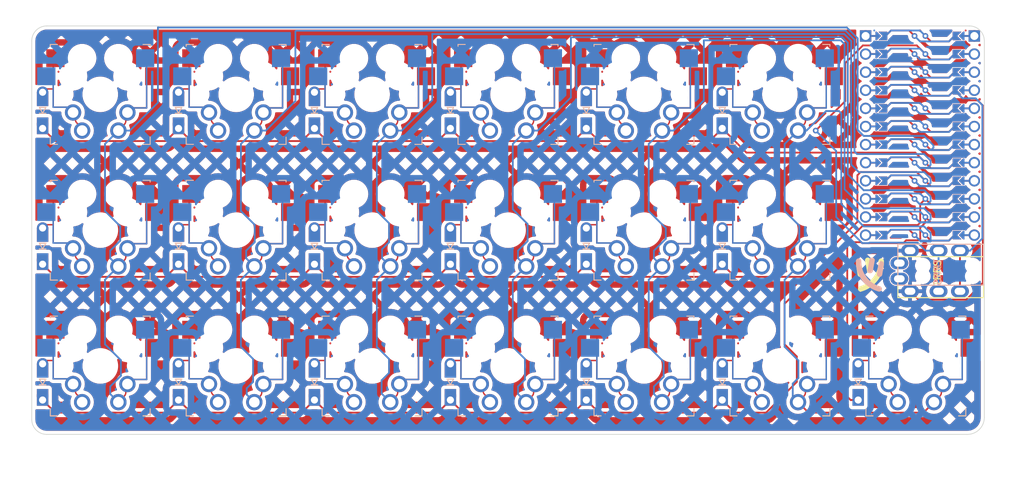
<source format=kicad_pcb>
(kicad_pcb (version 20211014) (generator pcbnew)
  (layers (0 "F.Cu" signal) (31 "B.Cu" signal) (34 "B.Paste" user) (35 "F.Paste" user) (36 "B.SilkS" user "B.Silkscreen") (37 "F.SilkS" user "F.Silkscreen") (38 "B.Mask" user) (39 "F.Mask" user) (44 "Edge.Cuts" user))
  (net 0 "")
  (net 10 "SERIAL")
  (net 12 "VCC")
  (net 13 "GND")
  (net 14 "col0")
  (net 15 "row0")
  (net 16 "row1")
  (net 17 "row2")
  (net 18 "col1")
  (net 19 "col2")
  (net 20 "col3")
  (net 21 "col4")
  (net 22 "col5")
  (net 23 "row3")
  (footprint "Footprints:BVC2013_diode_courtyard" (layer "F.Cu") (at 115.65 67.85)
    (fp_text reference "SW7")
    (fp_text value "SW_Push")
  )
  (footprint "Footprints:BVC2013_diode_courtyard" (layer "F.Cu") (at 77.55 67.85)
    (fp_text reference "SW1")
    (fp_text value "SW_Push")
  )
  (footprint "Footprints:BVC2013_diode_courtyard" (layer "F.Cu") (at 77.55 86.9)
    (fp_text reference "SW2")
    (fp_text value "SW_Push")
  )
  (footprint "Footprints:BVC2013_diode_courtyard" (layer "F.Cu") (at 77.55 105.95)
    (fp_text reference "SW3")
    (fp_text value "SW_Push")
  )
  (footprint "Footprints:BVC2013_diode_courtyard" (layer "F.Cu") (at 96.6 86.9)
    (fp_text reference "SW5")
    (fp_text value "SW_Push")
  )
  (footprint "Footprints:BVC2013_diode_courtyard" (layer "F.Cu") (at 134.7 105.95)
    (fp_text reference "SW12")
    (fp_text value "SW_Push")
  )
  (footprint "Footprints:BVC2013_diode_courtyard" (layer "F.Cu") (at 172.8 67.85)
    (fp_text reference "SW16")
    (fp_text value "SW_Push")
  )
  (footprint "Footprints:BVC2013_diode_courtyard" (layer "F.Cu") (at 153.75 67.85)
    (fp_text reference "SW13")
    (fp_text value "SW_Push")
  )
  (footprint "Footprints:BVC2013_diode_courtyard" (layer "F.Cu") (at 153.75 105.95)
    (fp_text reference "SW15")
    (fp_text value "SW_Push")
  )
  (footprint "Footprints:TRRS_crkbd" (layer "F.Cu") (at 201.335 93.62 -90)
    (fp_text reference "J1")
    (fp_text value "AudioJack4" hide)
  )
  (footprint "Footprints:BVC2013_diode_courtyard" (layer "F.Cu") (at 172.8 105.95)
    (fp_text reference "SW18")
    (fp_text value "SW_Push")
  )
  (footprint "Footprints:BVC2013_diode_courtyard" (layer "F.Cu") (at 153.75 86.9)
    (fp_text reference "SW14")
    (fp_text value "SW_Push")
  )
  (footprint "Footprints:BVC2013_diode_courtyard" (layer "F.Cu") (at 172.8 86.9)
    (fp_text reference "SW17")
    (fp_text value "SW_Push")
  )
  (footprint "Footprints:BVC2013_diode_courtyard" (layer "F.Cu") (at 96.6 67.85)
    (fp_text reference "SW4")
    (fp_text value "SW_Push")
  )
  (footprint "Footprints:BVC2013_diode_courtyard" (layer "F.Cu") (at 96.6 105.95)
    (fp_text reference "SW6")
    (fp_text value "SW_Push")
  )
  (footprint "Footprints:BVC2013_diode_courtyard" (layer "F.Cu") (at 134.7 67.85)
    (fp_text reference "SW10")
    (fp_text value "SW_Push")
  )
  (footprint "Footprints:BVC2013_diode_courtyard" (layer "F.Cu") (at 115.65 105.95)
    (fp_text reference "SW9")
    (fp_text value "SW_Push")
  )
  (footprint "Footprints:OxyMoron" (layer "F.Cu") (at 192.4305 73.625 -90)
    (fp_text reference "U1" hide)
    (fp_text value "ProMicro")
  )
  (footprint "Footprints:BVC2013_diode_courtyard" (layer "F.Cu") (at 191.85 105.95)
    (fp_text reference "SW19")
    (fp_text value "SW_Push")
  )
  (footprint "Footprints:BVC2013_diode_courtyard" (layer "F.Cu") (at 115.65 86.9)
    (fp_text reference "SW8")
    (fp_text value "SW_Push")
  )
  (footprint "Footprints:BVC2013_diode_courtyard" (layer "F.Cu") (at 134.7 86.9)
    (fp_text reference "SW11")
    (fp_text value "SW_Push")
  )
  (gr_arc (start 186.71114 95.14) (mid 184.60311 93.683315) (end 183.83114 91.24) (layer "B.SilkS") (width 0.762))
  (gr_line (start 185.45114 92.57) (end 185.72114 91.12) (layer "B.SilkS") (width 0.762))
  (gr_line (start 186.77114 93.08) (end 187.00114 91.63) (layer "B.SilkS") (width 0.762))
  (gr_line (start 183.83 91.63) (end 184.06 93.08) (layer "F.SilkS") (width 0.762))
  (gr_arc (start 187 91.24) (mid 186.22803 93.683315) (end 184.12 95.14) (layer "F.SilkS") (width 0.762))
  (gr_line (start 185.11 91.12) (end 185.38 92.57) (layer "F.SilkS") (width 0.762))
  (gr_line (start 67.95 113.45) (end 67.95 60.35) (layer "Edge.Cuts") (width 0.1))
  (gr_line (start 201.45 113.16) (end 201.45 60.35) (layer "Edge.Cuts") (width 0.1))
  (gr_arc (start 199.35 58.25) (mid 200.83451 58.865489) (end 201.45 60.35) (layer "Edge.Cuts") (width 0.1))
  (gr_line (start 199.35 58.25) (end 70.05 58.25) (layer "Edge.Cuts") (width 0.1))
  (gr_arc (start 70.05 115.55) (mid 68.565076 114.934924) (end 67.95 113.45) (layer "Edge.Cuts") (width 0.1))
  (gr_arc (start 201.45 113.16) (mid 200.764985 114.843772) (end 199.09 115.55) (layer "Edge.Cuts") (width 0.1))
  (gr_arc (start 67.95 60.35) (mid 68.565076 58.865076) (end 70.05 58.25) (layer "Edge.Cuts") (width 0.1))
  (gr_line (start 199.09 115.55) (end 70.05 115.55) (layer "Edge.Cuts") (width 0.1))
  (segment (start 181.96 68.79) (end 177.82 72.93) (width 0.25) (layer "F.Cu") (net 10))
  (segment (start 191.98098 60.98348) (end 184.43172 60.98348) (width 0.25) (layer "F.Cu") (net 10))
  (segment (start 184.43172 60.98348) (end 181.96 63.4552) (width 0.25) (layer "F.Cu") (net 10))
  (segment (start 195.035 89.77) (end 194.335 89.77) (width 0.25) (layer "F.Cu") (net 10))
  (segment (start 193.1925 62.195) (end 191.98098 60.98348) (width 0.25) (layer "F.Cu") (net 10))
  (segment (start 181.96 63.4552) (end 181.96 68.79) (width 0.25) (layer "F.Cu") (net 10))
  (via (at 177.82 72.93) (size 0.8) (drill 0.4) (layers "F.Cu" "B.Cu") (net 10))
  (segment (start 180.689511 85.064311) (end 184.344711 88.719511) (width 0.25) (layer "B.Cu") (net 10))
  (segment (start 180.689511 75.799511) (end 180.689511 85.064311) (width 0.25) (layer "B.Cu") (net 10))
  (segment (start 193.207782 89.77) (end 195.035 89.77) (width 0.25) (layer "B.Cu") (net 10))
  (segment (start 185.35032 88.64548) (end 192.083262 88.64548) (width 0.25) (layer "B.Cu") (net 10))
  (segment (start 192.083262 88.64548) (end 193.207782 89.77) (width 0.25) (layer "B.Cu") (net 10))
  (segment (start 177.82 72.93) (end 180.689511 75.799511) (width 0.25) (layer "B.Cu") (net 10))
  (segment (start 195.035 95.47) (end 195.035 89.77) (width 0.25) (layer "B.Cu") (net 10))
  (segment (start 184.344711 88.719511) (end 185.276289 88.719511) (width 0.25) (layer "B.Cu") (net 10))
  (segment (start 185.276289 88.719511) (end 185.35032 88.64548) (width 0.25) (layer "B.Cu") (net 10))
  (segment (start 198.035 95.47) (end 198.035 89.77) (width 0.25) (layer "F.Cu") (net 12))
  (segment (start 201.175011 69.349211) (end 200.2258 68.4) (width 0.25) (layer "B.Cu") (net 12))
  (segment (start 200.2258 68.4) (end 198.3815 68.4) (width 0.25) (layer "B.Cu") (net 12))
  (segment (start 198.3815 68.4) (end 197.2565 67.275) (width 0.25) (layer "B.Cu") (net 12))
  (segment (start 201.175011 88.060789) (end 201.175011 69.349211) (width 0.25) (layer "B.Cu") (net 12))
  (segment (start 199.4658 89.77) (end 201.175011 88.060789) (width 0.25) (layer "B.Cu") (net 12))
  (segment (start 198.035 89.77) (end 199.4658 89.77) (width 0.25) (layer "B.Cu") (net 12))
  (segment (start 191.035 95.47) (end 192.20952 96.64452) (width 0.25) (layer "F.Cu") (net 13))
  (segment (start 191.035 95.47) (end 191.05952 95.44548) (width 0.25) (layer "F.Cu") (net 13))
  (segment (start 198.671989 68.690489) (end 197.2565 67.275) (width 0.25) (layer "F.Cu") (net 13))
  (segment (start 201.24 69.4142) (end 200.516289 68.690489) (width 0.25) (layer "F.Cu") (net 13))
  (segment (start 191.05952 89.79452) (end 191.035 89.77) (width 0.25) (layer "F.Cu") (net 13))
  (segment (start 198.921502 96.64452) (end 199.83 95.736022) (width 0.25) (layer "F.Cu") (net 13))
  (segment (start 192.20952 96.64452) (end 198.921502 96.64452) (width 0.25) (layer "F.Cu") (net 13))
  (segment (start 201.24 94.3) (end 201.24 69.4142) (width 0.25) (layer "F.Cu") (net 13))
  (segment (start 191.05952 95.44548) (end 191.05952 89.79452) (width 0.25) (layer "F.Cu") (net 13))
  (segment (start 199.83 95.71) (end 201.24 94.3) (width 0.25) (layer "F.Cu") (net 13))
  (segment (start 200.516289 68.690489) (end 198.671989 68.690489) (width 0.25) (layer "F.Cu") (net 13))
  (segment (start 199.83 95.736022) (end 199.83 95.71) (width 0.25) (layer "F.Cu") (net 13))
  (segment (start 183.685989 69.349211) (end 183.685989 70.280789) (width 0.25) (layer "B.Cu") (net 14))
  (segment (start 183.685989 66.809211) (end 183.685989 67.740789) (width 0.25) (layer "B.Cu") (net 14))
  (segment (start 183.69951 64.25569) (end 183.685989 64.269211) (width 0.25) (layer "B.Cu") (net 14))
  (segment (start 80.09 72.93) (end 81.706446 72.93) (width 0.25) (layer "B.Cu") (net 14))
  (segment (start 78.947 90.837) (end 80.09 91.98) (width 0.25) (layer "B.Cu") (net 14))
  (segment (start 80.35 88.374625) (end 78.947 89.777625) (width 0.25) (layer "B.Cu") (net 14))
  (segment (start 183.685989 72.820789) (end 184.54468 73.67948) (width 0.25) (layer "B.Cu") (net 14))
  (segment (start 183.685989 67.740789) (end 183.698532 67.753332) (width 0.25) (layer "B.Cu") (net 14))
  (segment (start 78.215479 74.804521) (end 78.215479 84.216025) (width 0.25) (layer "B.Cu") (net 14))
  (segment (start 183.69951 59.992409) (end 183.69951 61.71569) (width 0.25) (layer "B.Cu") (net 14))
  (segment (start 183.685989 64.269211) (end 183.685989 65.200789) (width 0.25) (layer "B.Cu") (net 14))
  (segment (start 183.685989 62.660789) (end 183.699511 62.674311) (width 0.25) (layer "B.Cu") (net 14))
  (segment (start 194.32 75.32) (end 194.020489 75.619511) (width 0.25) (layer "B.Cu") (net 14))
  (segment (start 78.215479 102.916453) (end 80.442313 105.143287) (width 0.25) (layer "B.Cu") (net 14))
  (segment (start 78.215479 93.854521) (end 78.215479 102.916453) (width 0.25) (layer "B.Cu") (net 14))
  (segment (start 184.54468 73.67948) (end 193.001594 73.67948) (width 0.25) (layer "B.Cu") (net 14))
  (segment (start 85.63951 58.47049) (end 182.177591 58.47049) (width 0.25) (layer "B.Cu") (net 14))
  (segment (start 183.699511 65.214311) (end 183.69951 66.79569) (width 0.25) (layer "B.Cu") (net 14))
  (segment (start 80.09 91.98) (end 78.215479 93.854521) (width 0.25) (layer "B.Cu") (net 14))
  (segment (start 192.393011 75.619511) (end 191.6685 74.895) (width 0.25) (layer "B.Cu") (net 14))
  (segment (start 85.63 69.006446) (end 85.63 58.48) (width 0.25) (layer "B.Cu") (net 14))
  (segment (start 81.706446 72.93) (end 85.63 69.006446) (width 0.25) (layer "B.Cu") (net 14))
  (segment (start 78.947 89.777625) (end 78.947 90.837) (width 0.25) (layer "B.Cu") (net 14))
  (segment (start 183.698532 69.336668) (end 183.685989 69.349211) (width 0.25) (layer "B.Cu") (net 14))
  (segment (start 78.215479 84.216025) (end 80.35 86.350546) (width 0.25) (layer "B.Cu") (net 14))
  (segment (start 183.69951 61.71569) (end 183.685989 61.729211) (width 0.25) (layer "B.Cu") (net 14))
  (segment (start 80.09 72.93) (end 78.215479 74.804521) (width 0.25) (layer "B.Cu") (net 14))
  (segment (start 183.685989 65.200789) (end 183.699511 65.214311) (width 0.25) (layer "B.Cu") (net 14))
  (segment (start 80.442313 105.143287) (end 80.442313 107.332313) (width 0.25) (layer "B.Cu") (net 14))
  (segment (start 183.685989 71.889211) (end 183.685989 72.820789) (width 0.25) (layer "B.Cu") (net 14))
  (segment (start 78.947 109.887) (end 80.09 111.03) (width 0.25) (layer "B.Cu") (net 14))
  (segment (start 193.001594 73.67948) (end 194.32 74.997886) (width 0.25) (layer "B.Cu") (net 14))
  (segment (start 183.69951 66.79569) (end 183.685989 66.809211) (width 0.25) (layer "B.Cu") (net 14))
  (segment (start 80.442313 107.332313) (end 78.947 108.827625) (width 0.25) (layer "B.Cu") (net 14))
  (segment (start 183.685989 70.280789) (end 183.698532 70.293332) (width 0.25) (layer "B.Cu") (net 14))
  (segment (start 183.685989 61.729211) (end 183.685989 62.660789) (width 0.25) (layer "B.Cu") (net 14))
  (segment (start 183.699511 62.674311) (end 183.69951 64.25569) (width 0.25) (layer "B.Cu") (net 14))
  (segment (start 183.698532 71.876668) (end 183.685989 71.889211) (width 0.25) (layer "B.Cu") (net 14))
  (segment (start 80.35 86.350546) (end 80.35 88.374625) (width 0.25) (layer "B.Cu") (net 14))
  (segment (start 182.177591 58.47049) (end 183.69951 59.992409) (width 0.25) (layer "B.Cu") (net 14))
  (segment (start 78.947 108.827625) (end 78.947 109.887) (width 0.25) (layer "B.Cu") (net 14))
  (segment (start 194.32 74.997886) (end 194.32 75.32) (width 0.25) (layer "B.Cu") (net 14))
  (segment (start 183.698532 67.753332) (end 183.698532 69.336668) (width 0.25) (layer "B.Cu") (net 14))
  (segment (start 85.63 58.48) (end 85.63951 58.47049) (width 0.25) (layer "B.Cu") (net 14))
  (segment (start 183.698532 70.293332) (end 183.698532 71.876668) (width 0.25) (layer "B.Cu") (net 14))
  (segment (start 194.020489 75.619511) (end 192.393011 75.619511) (width 0.25) (layer "B.Cu") (net 14))
  (segment (start 105.802489 74.397511) (end 107.57 72.63) (width 0.25) (layer "F.Cu") (net 15))
  (segment (start 71.237511 74.397511) (end 86.752489 74.397511) (width 0.25) (layer "F.Cu") (net 15))
  (segment (start 69.47 72.63) (end 71.237511 74.397511) (width 0.25) (layer "F.Cu") (net 15))
  (segment (start 162.952489 74.397511) (end 164.72 72.63) (width 0.25) (layer "F.Cu") (net 15))
  (segment (start 168.109511 76.019511) (end 191.777011 76.019511) (width 0.25) (layer "F.Cu") (net 15))
  (segment (start 107.57 72.63) (end 109.337511 74.397511) (width 0.25) (layer "F.Cu") (net 15))
  (segment (start 126.62 72.63) (end 128.387511 74.397511) (width 0.25) (layer "F.Cu") (net 15))
  (segment (start 191.777011 76.019511) (end 193.1925 77.435) (width 0.25) (layer "F.Cu") (net 15))
  (segment (start 143.902489 74.397511) (end 145.67 72.63) (width 0.25) (layer "F.Cu") (net 15))
  (segment (start 86.752489 74.397511) (end 88.52 72.63) (width 0.25) (layer "F.Cu") (net 15))
  (segment (start 164.72 72.63) (end 168.109511 76.019511) (width 0.25) (layer "F.Cu") (net 15))
  (segment (start 90.287511 74.397511) (end 105.802489 74.397511) (width 0.25) (layer "F.Cu") (net 15))
  (segment (start 145.67 72.63) (end 147.437511 74.397511) (width 0.25) (layer "F.Cu") (net 15))
  (segment (start 88.52 72.63) (end 90.287511 74.397511) (width 0.25) (layer "F.Cu") (net 15))
  (segment (start 128.387511 74.397511) (end 143.902489 74.397511) (width 0.25) (layer "F.Cu") (net 15))
  (segment (start 109.337511 74.397511) (end 124.852489 74.397511) (width 0.25) (layer "F.Cu") (net 15))
  (segment (start 124.852489 74.397511) (end 126.62 72.63) (width 0.25) (layer "F.Cu") (net 15))
  (segment (start 147.437511 74.397511) (end 162.952489 74.397511) (width 0.25) (layer "F.Cu") (net 15))
  (segment (start 109.337511 93.447511) (end 124.852489 93.447511) (width 0.25) (layer "F.Cu") (net 16))
  (segment (start 191.9575 78.74) (end 193.1925 79.975) (width 0.25) (layer "F.Cu") (net 16))
  (segment (start 71.237511 93.447511) (end 86.752489 93.447511) (width 0.25) (layer "F.Cu") (net 16))
  (segment (start 124.852489 93.447511) (end 126.62 91.68) (width 0.25) (layer "F.Cu") (net 16))
  (segment (start 107.57 91.68) (end 109.337511 93.447511) (width 0.25) (layer "F.Cu") (net 16))
  (segment (start 86.752489 93.447511) (end 88.52 91.68) (width 0.25) (layer "F.Cu") (net 16))
  (segment (start 145.67 91.68) (end 143.902489 93.447511) (width 0.25) (layer "F.Cu") (net 16))
  (segment (start 184.12 78.74) (end 191.9575 78.74) (width 0.25) (layer "F.Cu") (net 16))
  (segment (start 143.902489 93.447511) (end 128.387511 93.447511) (width 0.25) (layer "F.Cu") (net 16))
  (segment (start 105.802489 93.447511) (end 107.57 91.68) (width 0.25) (layer "F.Cu") (net 16))
  (segment (start 175.947864 93.447511) (end 183.66 85.735375) (width 0.25) (layer "F.Cu") (net 16))
  (segment (start 128.387511 93.447511) (end 126.62 91.68) (width 0.25) (layer "F.Cu") (net 16))
  (segment (start 88.52 91.68) (end 90.287511 93.447511) (width 0.25) (layer "F.Cu") (net 16))
  (segment (start 69.47 91.68) (end 71.237511 93.447511) (width 0.25) (layer "F.Cu") (net 16))
  (segment (start 183.66 85.735375) (end 183.66 79.2) (width 0.25) (layer "F.Cu") (net 16))
  (segment (start 166.487511 93.447511) (end 175.947864 93.447511) (width 0.25) (layer "F.Cu") (net 16))
  (segment (start 162.952489 93.447511) (end 164.72 91.68) (width 0.25) (layer "F.Cu") (net 16))
  (segment (start 90.287511 93.447511) (end 105.802489 93.447511) (width 0.25) (layer "F.Cu") (net 16))
  (segment (start 164.72 91.68) (end 166.487511 93.447511) (width 0.25) (layer "F.Cu") (net 16))
  (segment (start 183.66 79.2) (end 184.12 78.74) (width 0.25) (layer "F.Cu") (net 16))
  (segment (start 147.437511 93.447511) (end 162.952489 93.447511) (width 0.25) (layer "F.Cu") (net 16))
  (segment (start 145.67 91.68) (end 147.437511 93.447511) (width 0.25) (layer "F.Cu") (net 16))
  (segment (start 71.237511 112.497511) (end 86.752489 112.497511) (width 0.25) (layer "F.Cu") (net 17))
  (segment (start 192.467989 83.239511) (end 193.1925 82.515) (width 0.25) (layer "F.Cu") (net 17))
  (segment (start 175.17 108.195375) (end 175.17 104.620974) (width 0.25) (layer "F.Cu") (net 17))
  (segment (start 69.47 110.73) (end 71.237511 112.497511) (width 0.25) (layer "F.Cu") (net 17))
  (segment (start 107.57 110.73) (end 109.337511 112.497511) (width 0.25) (layer "F.Cu") (net 17))
  (segment (start 145.67 110.73) (end 145.75 110.73) (width 0.25) (layer "F.Cu") (net 17))
  (segment (start 192.467989 85.839125) (end 192.467989 83.239511) (width 0.25) (layer "F.Cu") (net 17))
  (segment (start 109.337511 112.497511) (end 124.852489 112.497511) (width 0.25) (layer "F.Cu") (net 17))
  (segment (start 105.802489 112.497511) (end 107.57 110.73) (width 0.25) (layer "F.Cu") (net 17))
  (segment (start 126.62 110.73) (end 128.387511 112.497511) (width 0.25) (layer "F.Cu") (net 17))
  (segment (start 162.952489 112.497511) (end 164.72 110.73) (width 0.25) (layer "F.Cu") (net 17))
  (segment (start 184.504785 86.179511) (end 192.127603 86.179511) (width 0.25) (layer "F.Cu") (net 17))
  (segment (start 145.75 110.73) (end 145.81 110.79) (width 0.25) (layer "F.Cu") (net 17))
  (segment (start 192.127603 86.179511) (end 192.467989 85.839125) (width 0.25) (layer "F.Cu") (net 17))
  (segment (start 145.67 110.73) (end 147.437511 112.497511) (width 0.25) (layer "F.Cu") (net 17))
  (segment (start 90.287511 112.497511) (end 105.802489 112.497511) (width 0.25) (layer "F.Cu") (net 17))
  (segment (start 86.752489 112.497511) (end 88.52 110.73) (width 0.25) (layer "F.Cu") (net 17))
  (segment (start 124.852489 112.497511) (end 126.62 110.73) (width 0.25) (layer "F.Cu") (net 17))
  (segment (start 143.902489 112.497511) (end 145.67 110.73) (width 0.25) (layer "F.Cu") (net 17))
  (segment (start 173.46 102.910974) (end 173.46 97.224296) (width 0.25) (layer "F.Cu") (net 17))
  (segment (start 166.487511 112.497511) (end 170.867864 112.497511) (width 0.25) (layer "F.Cu") (net 17))
  (segment (start 128.387511 112.497511) (end 143.902489 112.497511) (width 0.25) (layer "F.Cu") (net 17))
  (segment (start 173.46 97.224296) (end 184.504785 86.179511) (width 0.25) (layer "F.Cu") (net 17))
  (segment (start 88.52 110.73) (end 90.287511 112.497511) (width 0.25) (layer "F.Cu") (net 17))
  (segment (start 175.17 104.620974) (end 173.46 102.910974) (width 0.25) (layer "F.Cu") (net 17))
  (segment (start 170.867864 112.497511) (end 175.17 108.195375) (width 0.25) (layer "F.Cu") (net 17))
  (segment (start 164.72 110.73) (end 166.487511 112.497511) (width 0.25) (layer "F.Cu") (net 17))
  (segment (start 147.437511 112.497511) (end 162.952489 112.497511) (width 0.25) (layer "F.Cu") (net 17))
  (segment (start 183.249021 73.019525) (end 183.249022 75.859022) (width 0.25) (layer "B.Cu") (net 18))
  (segment (start 97.265479 74.804521) (end 97.265479 84.216025) (width 0.25) (layer "B.Cu") (net 18))
  (segment (start 98.08 109.08) (end 98.08 109.97) (width 0.25) (layer "B.Cu") (net 18))
  (segment (start 104.9 59.03) (end 105.01 58.92) (width 0.25) (layer "B.Cu") (net 18))
  (segment (start 99.202313 86.152859) (end 99.202313 88.572313) (width 0.25) (layer "B.Cu") (net 18))
  (segment (start 100.756446 72.93) (end 104.9 68.786446) (width 0.25) (layer "B.Cu") (net 18))
  (segment (start 98.08 109.97) (end 99.14 111.03) (width 0.25) (layer "B.Cu") (net 18))
  (segment (start 183.25 64.069496) (end 183.236479 64.083017) (width 0.25) (layer "B.Cu") (net 18))
  (segment (start 183.236479 73.006983) (end 183.249021 73.019525) (width 0.25) (layer "B.Cu") (net 18))
  (segment (start 99.14 72.93) (end 100.756446 72.93) (width 0.25) (layer "B.Cu") (net 18))
  (segment (start 193.492603 78.159511) (end 192.393011 78.159511) (width 0.25) (layer "B.Cu") (net 18))
  (segment (start 193.917011 77.134897) (end 193.917011 77.735103) (width 0.25) (layer "B.Cu") (net 18))
  (segment (start 183.249021 71.690475) (end 183.236479 71.703017) (width 0.25) (layer "B.Cu") (net 18))
  (segment (start 97.265479 103.266025) (end 98.968421 104.968967) (width 0.25) (layer "B.Cu") (net 18))
  (segment (start 183.236479 69.163017) (end 183.236479 70.466983) (width 0.25) (layer "B.Cu") (net 18))
  (segment (start 183.25 66.609496) (end 183.236479 66.623017) (width 0.25) (layer "B.Cu") (net 18))
  (segment (start 181.991405 58.92) (end 183.25 60.178595) (width 0.25) (layer "B.Cu") (net 18))
  (segment (start 183.236479 62.846983) (end 183.25 62.860504) (width 0.25) (layer "B.Cu") (net 18))
  (segment (start 97.265479 93.854521) (end 97.265479 103.266025) (width 0.25) (layer "B.Cu") (net 18))
  (segment (start 98.968421 104.968967) (end 98.968421 108.191579) (width 0.25) (layer "B.Cu") (net 18))
  (segment (start 98.968421 108.191579) (end 98.08 109.08) (width 0.25) (layer "B.Cu") (net 18))
  (segment (start 183.236479 67.926983) (end 183.249021 67.939525) (width 0.25) (layer "B.Cu") (net 18))
  (segment (start 104.9 68.786446) (end 104.9 59.03) (width 0.25) (layer "B.Cu") (net 18))
  (segment (start 183.249021 69.150475) (end 183.236479 69.163017) (width 0.25) (layer "B.Cu") (net 18))
  (segment (start 183.25 62.860504) (end 183.25 64.069496) (width 0.25) (layer "B.Cu") (net 18))
  (segment (start 183.25 65.400504) (end 183.25 66.609496) (width 0.25) (layer "B.Cu") (net 18))
  (segment (start 183.236479 65.386983) (end 183.25 65.400504) (width 0.25) (layer "B.Cu") (net 18))
  (segment (start 183.236479 61.543017) (end 183.236479 62.846983) (width 0.25) (layer "B.Cu") (net 18))
  (segment (start 183.236479 70.466983) (end 183.249021 70.479525) (width 0.25) (layer "B.Cu") (net 18))
  (segment (start 193.917011 77.735103) (end 193.492603 78.159511) (width 0.25) (layer "B.Cu") (net 18))
  (segment (start 183.249021 70.479525) (end 183.249021 71.690475) (width 0.25) (layer "B.Cu") (net 18))
  (segment (start 99.14 91.98) (end 97.265479 93.854521) (width 0.25) (layer "B.Cu") (net 18))
  (segment (start 183.236479 66.623017) (end 183.236479 67.926983) (width 0.25) (layer "B.Cu") (net 18))
  (segment (start 99.14 72.93) (end 97.265479 74.804521) (width 0.25) (layer "B.Cu") (net 18))
  (segment (start 183.249021 67.939525) (end 183.249021 69.150475) (width 0.25) (layer "B.Cu") (net 18))
  (segment (start 183.236479 64.083017) (end 183.236479 65.386983) (width 0.25) (layer "B.Cu") (net 18))
  (segment (start 183.25 60.178595) (end 183.25 61.529496) (width 0.25) (layer "B.Cu") (net 18))
  (segment (start 193.001594 76.21948) (end 193.917011 77.134897) (width 0.25) (layer "B.Cu") (net 18))
  (segment (start 105.01 58.92) (end 181.991405 58.92) (width 0.25) (layer "B.Cu") (net 18))
  (segment (start 183.236479 71.703017) (end 183.236479 73.006983) (width 0.25) (layer "B.Cu") (net 18))
  (segment (start 97.997 89.777626) (end 97.997 90.837) (width 0.25) (layer "B.Cu") (net 18))
  (segment (start 97.265479 84.216025) (end 99.202313 86.152859) (width 0.25) (layer "B.Cu") (net 18))
  (segment (start 99.202313 88.572313) (end 97.997 89.777626) (width 0.25) (layer "B.Cu") (net 18))
  (segment (start 183.249022 75.859022) (end 183.60948 76.21948) (width 0.25) (layer "B.Cu") (net 18))
  (segment (start 183.60948 76.21948) (end 193.001594 76.21948) (width 0.25) (layer "B.Cu") (net 18))
  (segment (start 97.997 90.837) (end 99.14 91.98) (width 0.25) (layer "B.Cu") (net 18))
  (segment (start 183.25 61.529496) (end 183.236479 61.543017) (width 0.25) (layer "B.Cu") (net 18))
  (segment (start 192.393011 78.159511) (end 191.6685 77.435) (width 0.25) (layer "B.Cu") (net 18))
  (segment (start 182.799511 66.424281) (end 182.786967 66.436826) (width 0.25) (layer "B.Cu") (net 19))
  (segment (start 161.778592 59.39) (end 161.797615 59.370978) (width 0.25) (layer "B.Cu") (net 19))
  (segment (start 182.786967 71.516826) (end 182.786969 73.193177) (width 0.25) (layer "B.Cu") (net 19))
  (segment (start 116.315479 93.854521) (end 116.315479 103.266025) (width 0.25) (layer "B.Cu") (net 19))
  (segment (start 118.018421 106.931033) (end 116.98 107.969454) (width 0.25) (layer "B.Cu") (net 19))
  (segment (start 116.98 109.82) (end 118.19 111.03) (width 0.25) (layer "B.Cu") (net 19))
  (segment (start 124.08 68.656446) (end 124.08 59.39) (width 0.25) (layer "B.Cu") (net 19))
  (segment (start 183.85948 78.75948) (end 193.01948 78.75948) (width 0.25) (layer "B.Cu") (net 19))
  (segment (start 162.542388 59.370979) (end 181.732388 59.37098) (width 0.25) (layer "B.Cu") (net 19))
  (segment (start 182.799511 63.045719) (end 182.799511 63.884281) (width 0.25) (layer "B.Cu") (net 19))
  (segment (start 116.315479 74.804521) (end 116.315479 84.216025) (width 0.25) (layer "B.Cu") (net 19))
  (segment (start 181.732388 59.37098) (end 181.751408 59.39) (width 0.25) (layer "B.Cu") (net 19))
  (segment (start 182.799511 68.964281) (end 182.786967 68.976826) (width 0.25) (layer "B.Cu") (net 19))
  (segment (start 182.799511 61.344281) (end 182.786967 61.356826) (width 0.25) (layer "B.Cu") (net 19))
  (segment (start 182.799511 65.585719) (end 182.799511 66.424281) (width 0.25) (layer "B.Cu") (net 19))
  (segment (start 182.799511 68.125719) (end 182.799511 68.964281) (width 0.25) (layer "B.Cu") (net 19))
  (segment (start 116.315479 84.216025) (end 118.018421 85.918967) (width 0.25) (layer "B.Cu") (net 19))
  (segment (start 193.492603 80.699511) (end 192.393011 80.699511) (width 0.25) (layer "B.Cu") (net 19))
  (segment (start 118.19 72.93) (end 116.315479 74.804521) (width 0.25) (layer "B.Cu") (net 19))
  (segment (start 182.786969 68.113177) (end 182.799511 68.125719) (width 0.25) (layer "B.Cu") (net 19))
  (segment (start 193.01948 78.75948) (end 193.917011 79.657011) (width 0.25) (layer "B.Cu") (net 19))
  (segment (start 117.047 89.573) (end 117.047 90.837) (width 0.25) (layer "B.Cu") (net 19))
  (segment (start 182.786969 73.193177) (end 182.799511 73.205719) (width 0.25) (layer "B.Cu") (net 19))
  (segment (start 182.799511 77.699511) (end 183.85948 78.75948) (width 0.25) (layer "B.Cu") (net 19))
  (segment (start 182.799511 73.205719) (end 182.799511 77.699511) (width 0.25) (layer "B.Cu") (net 19))
  (segment (start 182.786967 68.976826) (end 182.786969 70.653177) (width 0.25) (layer "B.Cu") (net 19))
  (segment (start 182.799511 71.504281) (end 182.786967 71.516826) (width 0.25) (layer "B.Cu") (net 19))
  (segment (start 182.799511 70.665719) (end 182.799511 71.504281) (width 0.25) (layer "B.Cu") (net 19))
  (segment (start 182.786969 70.653177) (end 182.799511 70.665719) (width 0.25) (layer "B.Cu") (net 19))
  (segment (start 182.799511 60.363807) (end 182.799511 61.344281) (width 0.25) (layer "B.Cu") (net 19))
  (segment (start 193.917011 80.275103) (end 193.492603 80.699511) (width 0.25) (layer "B.Cu") (net 19))
  (segment (start 182.786967 66.436826) (end 182.786969 68.113177) (width 0.25) (layer "B.Cu") (net 19))
  (segment (start 181.825704 59.39) (end 182.799511 60.363807) (width 0.25) (layer "B.Cu") (net 19))
  (segment (start 118.018421 104.968967) (end 118.018421 106.931033) (width 0.25) (layer "B.Cu") (net 19))
  (segment (start 118.19 72.93) (end 119.806446 72.93) (width 0.25) (layer "B.Cu") (net 19))
  (segment (start 119.806446 72.93) (end 124.08 68.656446) (width 0.25) (layer "B.Cu") (net 19))
  (segment (start 192.393011 80.699511) (end 191.6685 79.975) (width 0.25) (layer "B.Cu") (net 19))
  (segment (start 182.786967 61.356826) (end 182.786969 63.033177) (width 0.25) (layer "B.Cu") (net 19))
  (segment (start 182.786969 65.573177) (end 182.799511 65.585719) (width 0.25) (layer "B.Cu") (net 19))
  (segment (start 118.19 91.98) (end 116.315479 93.854521) (width 0.25) (layer "B.Cu") (net 19))
  (segment (start 181.751408 59.39) (end 181.825704 59.39) (width 0.25) (layer "B.Cu") (net 19))
  (segment (start 193.917011 79.657011) (end 193.917011 80.275103) (width 0.25) (layer "B.Cu") (net 19))
  (segment (start 118.018421 88.601579) (end 117.047 89.573) (width 0.25) (layer "B.Cu") (net 19))
  (segment (start 117.047 90.837) (end 118.19 91.98) (width 0.25) (layer "B.Cu") (net 19))
  (segment (start 116.315479 103.266025) (end 118.018421 104.968967) (width 0.25) (layer "B.Cu") (net 19))
  (segment (start 116.98 107.969454) (end 116.98 109.82) (width 0.25) (layer "B.Cu") (net 19))
  (segment (start 161.797615 59.370978) (end 162.542388 59.370979) (width 0.25) (layer "B.Cu") (net 19))
  (segment (start 182.786967 63.896826) (end 182.786969 65.573177) (width 0.25) (layer "B.Cu") (net 19))
  (segment (start 182.799511 63.884281) (end 182.786967 63.896826) (width 0.25) (layer "B.Cu") (net 19))
  (segment (start 124.08 59.39) (end 161.778592 59.39) (width 0.25) (layer "B.Cu") (net 19))
  (segment (start 118.01 91.98) (end 117.99 92) (width 0.25) (layer "B.Cu") (net 19))
  (segment (start 118.018421 85.918967) (end 118.018421 88.601579) (width 0.25) (layer "B.Cu") (net 19))
  (segment (start 182.786969 63.033177) (end 182.799511 63.045719) (width 0.25) (layer "B.Cu") (net 19))
  (segment (start 118.19 91.98) (end 118.01 91.98) (width 0.25) (layer "B.Cu") (net 19))
  (segment (start 143.51 59.84) (end 161.964296 59.84) (width 0.25) (layer "B.Cu") (net 20))
  (segment (start 137.24 91.98) (end 135.365479 93.854521) (width 0.25) (layer "B.Cu") (net 20))
  (segment (start 192.393011 83.239511) (end 191.6685 82.515) (width 0.25) (layer "B.Cu") (net 20))
  (segment (start 193.917011 82.167011) (end 193.917011 82.815103) (width 0.25) (layer "B.Cu") (net 20))
  (segment (start 182.30951 60.613806) (end 182.30951 79.06431) (width 0.25) (layer "B.Cu") (net 20))
  (segment (start 137.24 72.93) (end 138.856446 72.93) (width 0.25) (layer "B.Cu") (net 20))
  (segment (start 135.365479 83.965479) (end 137.44 86.04) (width 0.25) (layer "B.Cu") (net 20))
  (segment (start 161.983807 59.820489) (end 181.516194 59.82049) (width 0.25) (layer "B.Cu") (net 20))
  (segment (start 136.097 89.777625) (end 136.097 90.837) (width 0.25) (layer "B.Cu") (net 20))
  (segment (start 137.24 72.93) (end 135.365479 74.804521) (width 0.25) (layer "B.Cu") (net 20))
  (segment (start 135.365479 103.266025) (end 137.068421 104.968967) (width 0.25) (layer "B.Cu") (net 20))
  (segment (start 184.54468 81.29948) (end 193.04948 81.29948) (width 0.25) (layer "B.Cu") (net 20))
  (segment (start 193.492603 83.239511) (end 192.393011 83.239511) (width 0.25) (layer "B.Cu") (net 20))
  (segment (start 193.04948 81.29948) (end 193.917011 82.167011) (width 0.25) (layer "B.Cu") (net 20))
  (segment (start 136.097 108.827625) (end 136.097 109.887) (width 0.25) (layer "B.Cu") (net 20))
  (segment (start 135.365479 93.854521) (end 135.365479 103.266025) (width 0.25) (layer "B.Cu") (net 20))
  (segment (start 135.365479 74.804521) (end 135.365479 83.965479) (width 0.25) (layer "B.Cu") (net 20))
  (segment (start 136.097 90.837) (end 137.24 91.98) (width 0.25) (layer "B.Cu") (net 20))
  (segment (start 136.097 109.887) (end 137.24 111.03) (width 0.25) (layer "B.Cu") (net 20))
  (segment (start 161.964296 59.84) (end 161.983807 59.820489) (width 0.25) (layer "B.Cu") (net 20))
  (segment (start 193.917011 82.815103) (end 193.492603 83.239511) (width 0.25) (layer "B.Cu") (net 20))
  (segment (start 137.44 88.434625) (end 136.097 89.777625) (width 0.25) (layer "B.Cu") (net 20))
  (segment (start 181.516194 59.82049) (end 182.30951 60.613806) (width 0.25) (layer "B.Cu") (net 20))
  (segment (start 137.068421 104.968967) (end 137.068421 107.856204) (width 0.25) (layer "B.Cu") (net 20))
  (segment (start 137.068421 107.856204) (end 136.097 108.827625) (width 0.25) (layer "B.Cu") (net 20))
  (segment (start 137.44 86.04) (end 137.44 88.434625) (width 0.25) (layer "B.Cu") (net 20))
  (segment (start 182.30951 79.06431) (end 184.54468 81.29948) (width 0.25) (layer "B.Cu") (net 20))
  (segment (start 143.51 68.276446) (end 143.51 59.84) (width 0.25) (layer "B.Cu") (net 20))
  (segment (start 138.856446 72.93) (end 143.51 68.276446) (width 0.25) (layer "B.Cu") (net 20))
  (segment (start 181.33 60.27) (end 181.86 60.8) (width 0.25) (layer "B.Cu") (net 21))
  (segment (start 156.51 105.360546) (end 156.51 107.464625) (width 0.25) (layer "B.Cu") (net 21))
  (segment (start 157.906446 72.93) (end 162.14 68.696446) (width 0.25) (layer "B.Cu") (net 21))
  (segment (start 154.415479 74.804521) (end 154.415479 84.216025) (width 0.25) (layer "B.Cu") (net 21))
  (segment (start 155.147 108.827625) (end 155.147 109.887) (width 0.25) (layer "B.Cu") (net 21))
  (segment (start 193.917011 85.355103) (end 193.492603 85.779511) (width 0.25) (layer "B.Cu") (net 21))
  (segment (start 154.415479 84.216025) (end 156.81 86.610546) (width 0.25) (layer "B.Cu") (net 21))
  (segment (start 181.86 81.1548) (end 184.54468 83.83948) (width 0.25) (layer "B.Cu") (net 21))
  (segment (start 156.29 72.93) (end 157.906446 72.93) (width 0.25) (layer "B.Cu") (net 21))
  (segment (start 156.81 88.114625) (end 155.147 89.777625) (width 0.25) (layer "B.Cu") (net 21))
  (segment (start 193.00948 83.83948) (end 193.917011 84.747011) (width 0.25) (layer "B.Cu") (net 21))
  (segment (start 162.14 60.3) (end 162.17 60.27) (width 0.25) (layer "B.Cu") (net 21))
  (segment (start 162.14 68.696446) (end 162.14 60.3) (width 0.25) (layer "B.Cu") (net 21))
  (segment (start 154.415479 93.854521) (end 154.415479 103.266025) (width 0.25) (layer "B.Cu") (net 21))
  (segment (start 156.81 86.610546) (end 156.81 88.114625) (width 0.25) (layer "B.Cu") (net 21))
  (segment (start 193.492603 85.779511) (end 192.393011 85.779511) (width 0.25) (layer "B.Cu") (net 21))
  (segment (start 162.17 60.27) (end 181.33 60.27) (width 0.25) (layer "B.Cu") (net 21))
  (segment (start 156.51 107.464625) (end 155.147 108.827625) (width 0.25) (layer "B.Cu") (net 21))
  (segment (start 154.415479 103.266025) (end 156.51 105.360546) (width 0.25) (layer "B.Cu") (net 21))
  (segment (start 156.29 91.98) (end 154.415479 93.854521) (width 0.25) (layer "B.Cu") (net 21))
  (segment (start 155.147 89.777625) (end 155.147 90.837) (width 0.25) (layer "B.Cu") (net 21))
  (segment (start 156.29 72.93) (end 154.415479 74.804521) (width 0.25) (layer "B.Cu") (net 21))
  (segment (start 155.147 109.887) (end 156.29 111.03) (width 0.25) (layer "B.Cu") (net 21))
  (segment (start 192.393011 85.779511) (end 191.6685 85.055) (width 0.25) (layer "B.Cu") (net 21))
  (segment (start 184.54468 83.83948) (end 193.00948 83.83948) (width 0.25) (layer "B.Cu") (net 21))
  (segment (start 193.917011 84.747011) (end 193.917011 85.355103) (width 0.25) (layer "B.Cu") (net 21))
  (segment (start 181.86 60.8) (end 181.86 81.1548) (width 0.25) (layer "B.Cu") (net 21))
  (segment (start 155.147 90.837) (end 156.29 91.98) (width 0.25) (layer "B.Cu") (net 21))
  (segment (start 194.39 111.03) (end 192.922489 112.497511) (width 0.25) (layer "F.Cu") (net 22))
  (segment (start 176.807511 112.497511) (end 175.34 111.03) (width 0.25) (layer "F.Cu") (net 22))
  (segment (start 192.922489 112.497511) (end 176.807511 112.497511) (width 0.25) (layer "F.Cu") (net 22))
  (segment (start 173.465479 93.854521) (end 173.465479 103.266025) (width 0.25) (layer "B.Cu") (net 22))
  (segment (start 181.41 70.52) (end 181.41 83.2448) (width 0.25) (layer "B.Cu") (net 22))
  (segment (start 179.27 70.19) (end 181.08 70.19) (width 0.25) (layer "B.Cu") (net 22))
  (segment (start 192.5635 88.49) (end 191.6685 87.595) (width 0.25) (layer "B.Cu") (net 22))
  (segment (start 173.465479 103.266025) (end 175.39 105.190546) (width 0.25) (layer "B.Cu") (net 22))
  (segment (start 174.6 108.424625) (end 174.6 110.29) (width 0.25) (layer "B.Cu") (net 22))
  (segment (start 174.6 110.29) (end 175.34 111.03) (width 0.25) (layer "B.Cu") (net 22))
  (segment (start 181.08 70.19) (end 181.41 70.52) (width 0.25) (layer "B.Cu") (net 22))
  (segment (start 175.39 105.190546) (end 175.39 107.634625) (width 0.25) (layer "B.Cu") (net 22))
  (segment (start 181.41 83.2448) (end 184.54468 86.37948) (width 0.25) (layer "B.Cu") (net 22))
  (segment (start 184.54468 86.37948) (end 193.00948 86.37948) (width 0.25) (layer "B.Cu") (net 22))
  (segment (start 174.197 89.777625) (end 174.197 90.837) (width 0.25) (layer "B.Cu") (net 22))
  (segment (start 175.34 91.98) (end 173.465479 93.854521) (width 0.25) (layer "B.Cu") (net 22))
  (segment (start 175.52 86.270546) (end 175.52 88.454625) (width 0.25) (layer "B.Cu") (net 22))
  (segment (start 193.00948 86.37948) (end 193.917011 87.287011) (width 0.25) (layer "B.Cu") (net 22))
  (segment (start 173.465479 74.804521) (end 173.465479 84.216025) (width 0.25) (layer "B.Cu") (net 22))
  (segment (start 175.52 88.454625) (end 174.197 89.777625) (width 0.25) (layer "B.Cu") (net 22))
  (segment (start 175.34 72.93) (end 176.53 72.93) (width 0.25) (layer "B.Cu") (net 22))
  (segment (start 173.465479 84.216025) (end 175.52 86.270546) (width 0.25) (layer "B.Cu") (net 22))
  (segment (start 175.34 72.93) (end 173.465479 74.804521) (width 0.25) (layer "B.Cu") (net 22))
  (segment (start 175.39 107.634625) (end 174.6 108.424625) (width 0.25) (layer "B.Cu") (net 22))
  (segment (start 193.917011 88.472989) (end 193.9 88.49) (width 0.25) (layer "B.Cu") (net 22))
  (segment (start 193.9 88.49) (end 192.5635 88.49) (width 0.25) (layer "B.Cu") (net 22))
  (segment (start 174.197 90.837) (end 175.34 91.98) (width 0.25) (layer "B.Cu") (net 22))
  (segment (start 193.917011 87.287011) (end 193.917011 88.472989) (width 0.25) (layer "B.Cu") (net 22))
  (segment (start 176.53 72.93) (end 179.27 70.19) (width 0.25) (layer "B.Cu") (net 22))
  (segment (start 184.344711 88.719511) (end 190.095178 88.719511) (width 0.25) (layer "F.Cu") (net 23))
  (segment (start 182.24 110.251522) (end 182.24 89.08) (width 0.25) (layer "F.Cu") (net 23))
  (segment (start 184.2152 88.59) (end 184.344711 88.719511) (width 0.25) (layer "F.Cu") (net 23))
  (segment (start 190.495178 88.319511) (end 192.250489 88.319511) (width 0.25) (layer "F.Cu") (net 23))
  (segment (start 192.48 88.09) (end 192.467989 88.077989) (width 0.25) (layer "F.Cu") (net 23))
  (segment (start 192.250489 88.319511) (end 192.48 88.09) (width 0.25) (layer "F.Cu") (net 23))
  (segment (start 183.77 110.73) (end 182.718478 110.73) (width 0.25) (layer "F.Cu") (net 23))
  (segment (start 193.1925 85.8275) (end 193.1925 85.055) (width 0.25) (layer "F.Cu") (net 23))
  (segment (start 190.095178 88.719511) (end 190.495178 88.319511) (width 0.25) (layer "F.Cu") (net 23))
  (segment (start 192.467989 86.552011) (end 193.1925 85.8275) (width 0.25) (layer "F.Cu") (net 23))
  (segment (start 182.24 89.08) (end 182.73 88.59) (width 0.25) (layer "F.Cu") (net 23))
  (segment (start 182.718478 110.73) (end 182.24 110.251522) (width 0.25) (layer "F.Cu") (net 23))
  (segment (start 182.73 88.59) (end 184.2152 88.59) (width 0.25) (layer "F.Cu") (net 23))
  (segment (start 192.467989 88.077989) (end 192.467989 86.552011) (width 0.25) (layer "F.Cu") (net 23))
  (zone (net 13) (net_name "GND") (layers F&B.Cu) (connect_pads (clearance 0.508)) (min_thickness 0.254) (fill yes (mode hatch) (thermal_gap 0.508) (thermal_bridge_width 0.508) (island_removal_mode 1) (island_area_min 0) (hatch_thickness 0.9) (hatch_gap 1.3) (hatch_orientation 45) (hatch_border_algorithm hatch_thickness) (hatch_min_hole_area 0.3))
    (polygon (pts (xy 207.01 121.92) (xy 63.5 121.92) (xy 63.5 54.61) (xy 207.01 54.61)))
  )
)
</source>
